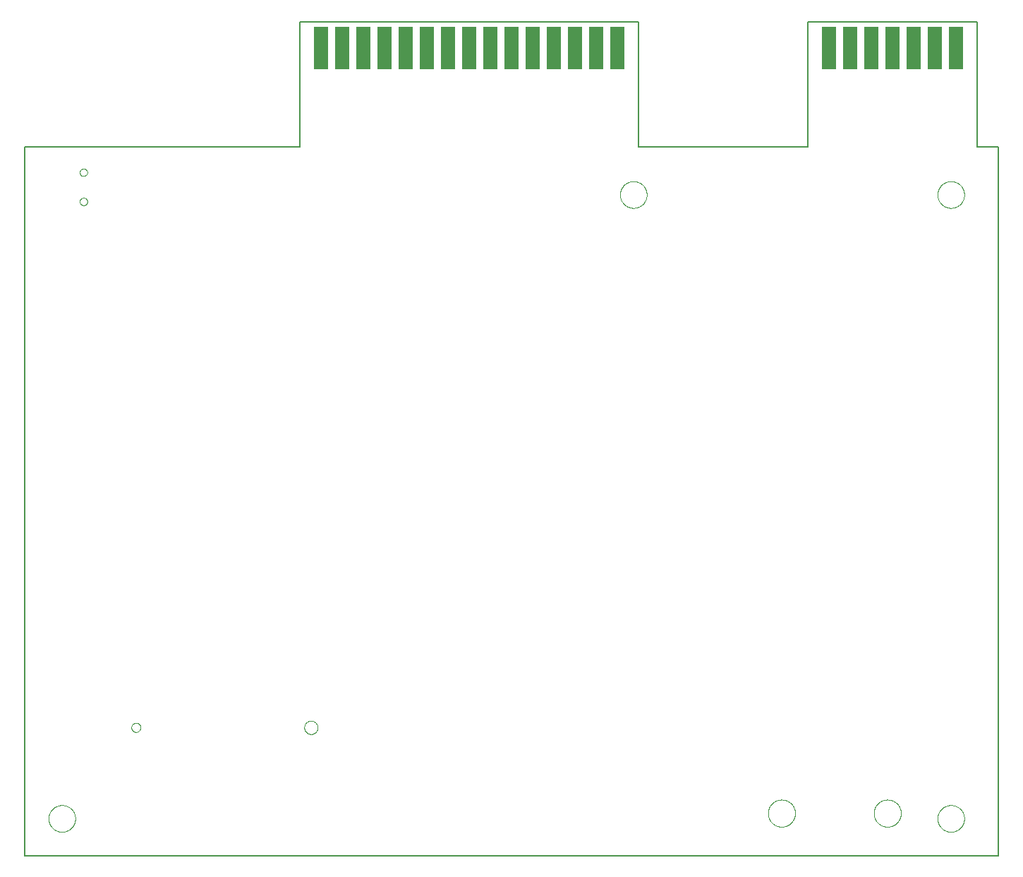
<source format=gbp>
G75*
%MOIN*%
%OFA0B0*%
%FSLAX25Y25*%
%IPPOS*%
%LPD*%
%AMOC8*
5,1,8,0,0,1.08239X$1,22.5*
%
%ADD10C,0.00500*%
%ADD11R,0.07000X0.20000*%
%ADD12C,0.00000*%
D10*
X0005154Y0017914D02*
X0005154Y0352560D01*
X0135154Y0352560D01*
X0135154Y0411615D01*
X0295154Y0411615D01*
X0295154Y0352560D01*
X0375154Y0352560D01*
X0375154Y0411615D01*
X0455154Y0411615D01*
X0455154Y0352560D01*
X0465154Y0352560D01*
X0465154Y0017914D01*
X0005154Y0017914D01*
D11*
X0145075Y0399193D03*
X0155075Y0399193D03*
X0165075Y0399193D03*
X0175075Y0399193D03*
X0185075Y0399193D03*
X0195075Y0399193D03*
X0205075Y0399193D03*
X0215075Y0399193D03*
X0225075Y0399193D03*
X0235075Y0399193D03*
X0245075Y0399193D03*
X0255075Y0399193D03*
X0265075Y0399193D03*
X0275075Y0399193D03*
X0285075Y0399193D03*
X0385075Y0399193D03*
X0395075Y0399193D03*
X0405075Y0399193D03*
X0415075Y0399193D03*
X0425075Y0399193D03*
X0435075Y0399193D03*
X0445075Y0399193D03*
D12*
X0436355Y0329914D02*
X0436357Y0330072D01*
X0436363Y0330230D01*
X0436373Y0330388D01*
X0436387Y0330546D01*
X0436405Y0330703D01*
X0436426Y0330860D01*
X0436452Y0331016D01*
X0436482Y0331172D01*
X0436515Y0331327D01*
X0436553Y0331480D01*
X0436594Y0331633D01*
X0436639Y0331785D01*
X0436688Y0331936D01*
X0436741Y0332085D01*
X0436797Y0332233D01*
X0436857Y0332379D01*
X0436921Y0332524D01*
X0436989Y0332667D01*
X0437060Y0332809D01*
X0437134Y0332949D01*
X0437212Y0333086D01*
X0437294Y0333222D01*
X0437378Y0333356D01*
X0437467Y0333487D01*
X0437558Y0333616D01*
X0437653Y0333743D01*
X0437750Y0333868D01*
X0437851Y0333990D01*
X0437955Y0334109D01*
X0438062Y0334226D01*
X0438172Y0334340D01*
X0438285Y0334451D01*
X0438400Y0334560D01*
X0438518Y0334665D01*
X0438639Y0334767D01*
X0438762Y0334867D01*
X0438888Y0334963D01*
X0439016Y0335056D01*
X0439146Y0335146D01*
X0439279Y0335232D01*
X0439414Y0335316D01*
X0439550Y0335395D01*
X0439689Y0335472D01*
X0439830Y0335544D01*
X0439972Y0335614D01*
X0440116Y0335679D01*
X0440262Y0335741D01*
X0440409Y0335799D01*
X0440558Y0335854D01*
X0440708Y0335905D01*
X0440859Y0335952D01*
X0441011Y0335995D01*
X0441164Y0336034D01*
X0441319Y0336070D01*
X0441474Y0336101D01*
X0441630Y0336129D01*
X0441786Y0336153D01*
X0441943Y0336173D01*
X0442101Y0336189D01*
X0442258Y0336201D01*
X0442417Y0336209D01*
X0442575Y0336213D01*
X0442733Y0336213D01*
X0442891Y0336209D01*
X0443050Y0336201D01*
X0443207Y0336189D01*
X0443365Y0336173D01*
X0443522Y0336153D01*
X0443678Y0336129D01*
X0443834Y0336101D01*
X0443989Y0336070D01*
X0444144Y0336034D01*
X0444297Y0335995D01*
X0444449Y0335952D01*
X0444600Y0335905D01*
X0444750Y0335854D01*
X0444899Y0335799D01*
X0445046Y0335741D01*
X0445192Y0335679D01*
X0445336Y0335614D01*
X0445478Y0335544D01*
X0445619Y0335472D01*
X0445758Y0335395D01*
X0445894Y0335316D01*
X0446029Y0335232D01*
X0446162Y0335146D01*
X0446292Y0335056D01*
X0446420Y0334963D01*
X0446546Y0334867D01*
X0446669Y0334767D01*
X0446790Y0334665D01*
X0446908Y0334560D01*
X0447023Y0334451D01*
X0447136Y0334340D01*
X0447246Y0334226D01*
X0447353Y0334109D01*
X0447457Y0333990D01*
X0447558Y0333868D01*
X0447655Y0333743D01*
X0447750Y0333616D01*
X0447841Y0333487D01*
X0447930Y0333356D01*
X0448014Y0333222D01*
X0448096Y0333086D01*
X0448174Y0332949D01*
X0448248Y0332809D01*
X0448319Y0332667D01*
X0448387Y0332524D01*
X0448451Y0332379D01*
X0448511Y0332233D01*
X0448567Y0332085D01*
X0448620Y0331936D01*
X0448669Y0331785D01*
X0448714Y0331633D01*
X0448755Y0331480D01*
X0448793Y0331327D01*
X0448826Y0331172D01*
X0448856Y0331016D01*
X0448882Y0330860D01*
X0448903Y0330703D01*
X0448921Y0330546D01*
X0448935Y0330388D01*
X0448945Y0330230D01*
X0448951Y0330072D01*
X0448953Y0329914D01*
X0448951Y0329756D01*
X0448945Y0329598D01*
X0448935Y0329440D01*
X0448921Y0329282D01*
X0448903Y0329125D01*
X0448882Y0328968D01*
X0448856Y0328812D01*
X0448826Y0328656D01*
X0448793Y0328501D01*
X0448755Y0328348D01*
X0448714Y0328195D01*
X0448669Y0328043D01*
X0448620Y0327892D01*
X0448567Y0327743D01*
X0448511Y0327595D01*
X0448451Y0327449D01*
X0448387Y0327304D01*
X0448319Y0327161D01*
X0448248Y0327019D01*
X0448174Y0326879D01*
X0448096Y0326742D01*
X0448014Y0326606D01*
X0447930Y0326472D01*
X0447841Y0326341D01*
X0447750Y0326212D01*
X0447655Y0326085D01*
X0447558Y0325960D01*
X0447457Y0325838D01*
X0447353Y0325719D01*
X0447246Y0325602D01*
X0447136Y0325488D01*
X0447023Y0325377D01*
X0446908Y0325268D01*
X0446790Y0325163D01*
X0446669Y0325061D01*
X0446546Y0324961D01*
X0446420Y0324865D01*
X0446292Y0324772D01*
X0446162Y0324682D01*
X0446029Y0324596D01*
X0445894Y0324512D01*
X0445758Y0324433D01*
X0445619Y0324356D01*
X0445478Y0324284D01*
X0445336Y0324214D01*
X0445192Y0324149D01*
X0445046Y0324087D01*
X0444899Y0324029D01*
X0444750Y0323974D01*
X0444600Y0323923D01*
X0444449Y0323876D01*
X0444297Y0323833D01*
X0444144Y0323794D01*
X0443989Y0323758D01*
X0443834Y0323727D01*
X0443678Y0323699D01*
X0443522Y0323675D01*
X0443365Y0323655D01*
X0443207Y0323639D01*
X0443050Y0323627D01*
X0442891Y0323619D01*
X0442733Y0323615D01*
X0442575Y0323615D01*
X0442417Y0323619D01*
X0442258Y0323627D01*
X0442101Y0323639D01*
X0441943Y0323655D01*
X0441786Y0323675D01*
X0441630Y0323699D01*
X0441474Y0323727D01*
X0441319Y0323758D01*
X0441164Y0323794D01*
X0441011Y0323833D01*
X0440859Y0323876D01*
X0440708Y0323923D01*
X0440558Y0323974D01*
X0440409Y0324029D01*
X0440262Y0324087D01*
X0440116Y0324149D01*
X0439972Y0324214D01*
X0439830Y0324284D01*
X0439689Y0324356D01*
X0439550Y0324433D01*
X0439414Y0324512D01*
X0439279Y0324596D01*
X0439146Y0324682D01*
X0439016Y0324772D01*
X0438888Y0324865D01*
X0438762Y0324961D01*
X0438639Y0325061D01*
X0438518Y0325163D01*
X0438400Y0325268D01*
X0438285Y0325377D01*
X0438172Y0325488D01*
X0438062Y0325602D01*
X0437955Y0325719D01*
X0437851Y0325838D01*
X0437750Y0325960D01*
X0437653Y0326085D01*
X0437558Y0326212D01*
X0437467Y0326341D01*
X0437378Y0326472D01*
X0437294Y0326606D01*
X0437212Y0326742D01*
X0437134Y0326879D01*
X0437060Y0327019D01*
X0436989Y0327161D01*
X0436921Y0327304D01*
X0436857Y0327449D01*
X0436797Y0327595D01*
X0436741Y0327743D01*
X0436688Y0327892D01*
X0436639Y0328043D01*
X0436594Y0328195D01*
X0436553Y0328348D01*
X0436515Y0328501D01*
X0436482Y0328656D01*
X0436452Y0328812D01*
X0436426Y0328968D01*
X0436405Y0329125D01*
X0436387Y0329282D01*
X0436373Y0329440D01*
X0436363Y0329598D01*
X0436357Y0329756D01*
X0436355Y0329914D01*
X0286355Y0329914D02*
X0286357Y0330072D01*
X0286363Y0330230D01*
X0286373Y0330388D01*
X0286387Y0330546D01*
X0286405Y0330703D01*
X0286426Y0330860D01*
X0286452Y0331016D01*
X0286482Y0331172D01*
X0286515Y0331327D01*
X0286553Y0331480D01*
X0286594Y0331633D01*
X0286639Y0331785D01*
X0286688Y0331936D01*
X0286741Y0332085D01*
X0286797Y0332233D01*
X0286857Y0332379D01*
X0286921Y0332524D01*
X0286989Y0332667D01*
X0287060Y0332809D01*
X0287134Y0332949D01*
X0287212Y0333086D01*
X0287294Y0333222D01*
X0287378Y0333356D01*
X0287467Y0333487D01*
X0287558Y0333616D01*
X0287653Y0333743D01*
X0287750Y0333868D01*
X0287851Y0333990D01*
X0287955Y0334109D01*
X0288062Y0334226D01*
X0288172Y0334340D01*
X0288285Y0334451D01*
X0288400Y0334560D01*
X0288518Y0334665D01*
X0288639Y0334767D01*
X0288762Y0334867D01*
X0288888Y0334963D01*
X0289016Y0335056D01*
X0289146Y0335146D01*
X0289279Y0335232D01*
X0289414Y0335316D01*
X0289550Y0335395D01*
X0289689Y0335472D01*
X0289830Y0335544D01*
X0289972Y0335614D01*
X0290116Y0335679D01*
X0290262Y0335741D01*
X0290409Y0335799D01*
X0290558Y0335854D01*
X0290708Y0335905D01*
X0290859Y0335952D01*
X0291011Y0335995D01*
X0291164Y0336034D01*
X0291319Y0336070D01*
X0291474Y0336101D01*
X0291630Y0336129D01*
X0291786Y0336153D01*
X0291943Y0336173D01*
X0292101Y0336189D01*
X0292258Y0336201D01*
X0292417Y0336209D01*
X0292575Y0336213D01*
X0292733Y0336213D01*
X0292891Y0336209D01*
X0293050Y0336201D01*
X0293207Y0336189D01*
X0293365Y0336173D01*
X0293522Y0336153D01*
X0293678Y0336129D01*
X0293834Y0336101D01*
X0293989Y0336070D01*
X0294144Y0336034D01*
X0294297Y0335995D01*
X0294449Y0335952D01*
X0294600Y0335905D01*
X0294750Y0335854D01*
X0294899Y0335799D01*
X0295046Y0335741D01*
X0295192Y0335679D01*
X0295336Y0335614D01*
X0295478Y0335544D01*
X0295619Y0335472D01*
X0295758Y0335395D01*
X0295894Y0335316D01*
X0296029Y0335232D01*
X0296162Y0335146D01*
X0296292Y0335056D01*
X0296420Y0334963D01*
X0296546Y0334867D01*
X0296669Y0334767D01*
X0296790Y0334665D01*
X0296908Y0334560D01*
X0297023Y0334451D01*
X0297136Y0334340D01*
X0297246Y0334226D01*
X0297353Y0334109D01*
X0297457Y0333990D01*
X0297558Y0333868D01*
X0297655Y0333743D01*
X0297750Y0333616D01*
X0297841Y0333487D01*
X0297930Y0333356D01*
X0298014Y0333222D01*
X0298096Y0333086D01*
X0298174Y0332949D01*
X0298248Y0332809D01*
X0298319Y0332667D01*
X0298387Y0332524D01*
X0298451Y0332379D01*
X0298511Y0332233D01*
X0298567Y0332085D01*
X0298620Y0331936D01*
X0298669Y0331785D01*
X0298714Y0331633D01*
X0298755Y0331480D01*
X0298793Y0331327D01*
X0298826Y0331172D01*
X0298856Y0331016D01*
X0298882Y0330860D01*
X0298903Y0330703D01*
X0298921Y0330546D01*
X0298935Y0330388D01*
X0298945Y0330230D01*
X0298951Y0330072D01*
X0298953Y0329914D01*
X0298951Y0329756D01*
X0298945Y0329598D01*
X0298935Y0329440D01*
X0298921Y0329282D01*
X0298903Y0329125D01*
X0298882Y0328968D01*
X0298856Y0328812D01*
X0298826Y0328656D01*
X0298793Y0328501D01*
X0298755Y0328348D01*
X0298714Y0328195D01*
X0298669Y0328043D01*
X0298620Y0327892D01*
X0298567Y0327743D01*
X0298511Y0327595D01*
X0298451Y0327449D01*
X0298387Y0327304D01*
X0298319Y0327161D01*
X0298248Y0327019D01*
X0298174Y0326879D01*
X0298096Y0326742D01*
X0298014Y0326606D01*
X0297930Y0326472D01*
X0297841Y0326341D01*
X0297750Y0326212D01*
X0297655Y0326085D01*
X0297558Y0325960D01*
X0297457Y0325838D01*
X0297353Y0325719D01*
X0297246Y0325602D01*
X0297136Y0325488D01*
X0297023Y0325377D01*
X0296908Y0325268D01*
X0296790Y0325163D01*
X0296669Y0325061D01*
X0296546Y0324961D01*
X0296420Y0324865D01*
X0296292Y0324772D01*
X0296162Y0324682D01*
X0296029Y0324596D01*
X0295894Y0324512D01*
X0295758Y0324433D01*
X0295619Y0324356D01*
X0295478Y0324284D01*
X0295336Y0324214D01*
X0295192Y0324149D01*
X0295046Y0324087D01*
X0294899Y0324029D01*
X0294750Y0323974D01*
X0294600Y0323923D01*
X0294449Y0323876D01*
X0294297Y0323833D01*
X0294144Y0323794D01*
X0293989Y0323758D01*
X0293834Y0323727D01*
X0293678Y0323699D01*
X0293522Y0323675D01*
X0293365Y0323655D01*
X0293207Y0323639D01*
X0293050Y0323627D01*
X0292891Y0323619D01*
X0292733Y0323615D01*
X0292575Y0323615D01*
X0292417Y0323619D01*
X0292258Y0323627D01*
X0292101Y0323639D01*
X0291943Y0323655D01*
X0291786Y0323675D01*
X0291630Y0323699D01*
X0291474Y0323727D01*
X0291319Y0323758D01*
X0291164Y0323794D01*
X0291011Y0323833D01*
X0290859Y0323876D01*
X0290708Y0323923D01*
X0290558Y0323974D01*
X0290409Y0324029D01*
X0290262Y0324087D01*
X0290116Y0324149D01*
X0289972Y0324214D01*
X0289830Y0324284D01*
X0289689Y0324356D01*
X0289550Y0324433D01*
X0289414Y0324512D01*
X0289279Y0324596D01*
X0289146Y0324682D01*
X0289016Y0324772D01*
X0288888Y0324865D01*
X0288762Y0324961D01*
X0288639Y0325061D01*
X0288518Y0325163D01*
X0288400Y0325268D01*
X0288285Y0325377D01*
X0288172Y0325488D01*
X0288062Y0325602D01*
X0287955Y0325719D01*
X0287851Y0325838D01*
X0287750Y0325960D01*
X0287653Y0326085D01*
X0287558Y0326212D01*
X0287467Y0326341D01*
X0287378Y0326472D01*
X0287294Y0326606D01*
X0287212Y0326742D01*
X0287134Y0326879D01*
X0287060Y0327019D01*
X0286989Y0327161D01*
X0286921Y0327304D01*
X0286857Y0327449D01*
X0286797Y0327595D01*
X0286741Y0327743D01*
X0286688Y0327892D01*
X0286639Y0328043D01*
X0286594Y0328195D01*
X0286553Y0328348D01*
X0286515Y0328501D01*
X0286482Y0328656D01*
X0286452Y0328812D01*
X0286426Y0328968D01*
X0286405Y0329125D01*
X0286387Y0329282D01*
X0286373Y0329440D01*
X0286363Y0329598D01*
X0286357Y0329756D01*
X0286355Y0329914D01*
X0031079Y0326662D02*
X0031081Y0326746D01*
X0031087Y0326829D01*
X0031097Y0326912D01*
X0031111Y0326995D01*
X0031128Y0327077D01*
X0031150Y0327158D01*
X0031175Y0327237D01*
X0031204Y0327316D01*
X0031237Y0327393D01*
X0031273Y0327468D01*
X0031313Y0327542D01*
X0031356Y0327614D01*
X0031403Y0327683D01*
X0031453Y0327750D01*
X0031506Y0327815D01*
X0031562Y0327877D01*
X0031620Y0327937D01*
X0031682Y0327994D01*
X0031746Y0328047D01*
X0031813Y0328098D01*
X0031882Y0328145D01*
X0031953Y0328190D01*
X0032026Y0328230D01*
X0032101Y0328267D01*
X0032178Y0328301D01*
X0032256Y0328331D01*
X0032335Y0328357D01*
X0032416Y0328380D01*
X0032498Y0328398D01*
X0032580Y0328413D01*
X0032663Y0328424D01*
X0032746Y0328431D01*
X0032830Y0328434D01*
X0032914Y0328433D01*
X0032997Y0328428D01*
X0033081Y0328419D01*
X0033163Y0328406D01*
X0033245Y0328390D01*
X0033326Y0328369D01*
X0033407Y0328345D01*
X0033485Y0328317D01*
X0033563Y0328285D01*
X0033639Y0328249D01*
X0033713Y0328210D01*
X0033785Y0328168D01*
X0033855Y0328122D01*
X0033923Y0328073D01*
X0033988Y0328021D01*
X0034051Y0327966D01*
X0034111Y0327908D01*
X0034169Y0327847D01*
X0034223Y0327783D01*
X0034275Y0327717D01*
X0034323Y0327649D01*
X0034368Y0327578D01*
X0034409Y0327505D01*
X0034448Y0327431D01*
X0034482Y0327355D01*
X0034513Y0327277D01*
X0034540Y0327198D01*
X0034564Y0327117D01*
X0034583Y0327036D01*
X0034599Y0326954D01*
X0034611Y0326871D01*
X0034619Y0326787D01*
X0034623Y0326704D01*
X0034623Y0326620D01*
X0034619Y0326537D01*
X0034611Y0326453D01*
X0034599Y0326370D01*
X0034583Y0326288D01*
X0034564Y0326207D01*
X0034540Y0326126D01*
X0034513Y0326047D01*
X0034482Y0325969D01*
X0034448Y0325893D01*
X0034409Y0325819D01*
X0034368Y0325746D01*
X0034323Y0325675D01*
X0034275Y0325607D01*
X0034223Y0325541D01*
X0034169Y0325477D01*
X0034111Y0325416D01*
X0034051Y0325358D01*
X0033988Y0325303D01*
X0033923Y0325251D01*
X0033855Y0325202D01*
X0033785Y0325156D01*
X0033713Y0325114D01*
X0033639Y0325075D01*
X0033563Y0325039D01*
X0033485Y0325007D01*
X0033407Y0324979D01*
X0033326Y0324955D01*
X0033245Y0324934D01*
X0033163Y0324918D01*
X0033081Y0324905D01*
X0032997Y0324896D01*
X0032914Y0324891D01*
X0032830Y0324890D01*
X0032746Y0324893D01*
X0032663Y0324900D01*
X0032580Y0324911D01*
X0032498Y0324926D01*
X0032416Y0324944D01*
X0032335Y0324967D01*
X0032256Y0324993D01*
X0032178Y0325023D01*
X0032101Y0325057D01*
X0032026Y0325094D01*
X0031953Y0325134D01*
X0031882Y0325179D01*
X0031813Y0325226D01*
X0031746Y0325277D01*
X0031682Y0325330D01*
X0031620Y0325387D01*
X0031562Y0325447D01*
X0031506Y0325509D01*
X0031453Y0325574D01*
X0031403Y0325641D01*
X0031356Y0325710D01*
X0031313Y0325782D01*
X0031273Y0325856D01*
X0031237Y0325931D01*
X0031204Y0326008D01*
X0031175Y0326087D01*
X0031150Y0326166D01*
X0031128Y0326247D01*
X0031111Y0326329D01*
X0031097Y0326412D01*
X0031087Y0326495D01*
X0031081Y0326578D01*
X0031079Y0326662D01*
X0031079Y0340442D02*
X0031081Y0340526D01*
X0031087Y0340609D01*
X0031097Y0340692D01*
X0031111Y0340775D01*
X0031128Y0340857D01*
X0031150Y0340938D01*
X0031175Y0341017D01*
X0031204Y0341096D01*
X0031237Y0341173D01*
X0031273Y0341248D01*
X0031313Y0341322D01*
X0031356Y0341394D01*
X0031403Y0341463D01*
X0031453Y0341530D01*
X0031506Y0341595D01*
X0031562Y0341657D01*
X0031620Y0341717D01*
X0031682Y0341774D01*
X0031746Y0341827D01*
X0031813Y0341878D01*
X0031882Y0341925D01*
X0031953Y0341970D01*
X0032026Y0342010D01*
X0032101Y0342047D01*
X0032178Y0342081D01*
X0032256Y0342111D01*
X0032335Y0342137D01*
X0032416Y0342160D01*
X0032498Y0342178D01*
X0032580Y0342193D01*
X0032663Y0342204D01*
X0032746Y0342211D01*
X0032830Y0342214D01*
X0032914Y0342213D01*
X0032997Y0342208D01*
X0033081Y0342199D01*
X0033163Y0342186D01*
X0033245Y0342170D01*
X0033326Y0342149D01*
X0033407Y0342125D01*
X0033485Y0342097D01*
X0033563Y0342065D01*
X0033639Y0342029D01*
X0033713Y0341990D01*
X0033785Y0341948D01*
X0033855Y0341902D01*
X0033923Y0341853D01*
X0033988Y0341801D01*
X0034051Y0341746D01*
X0034111Y0341688D01*
X0034169Y0341627D01*
X0034223Y0341563D01*
X0034275Y0341497D01*
X0034323Y0341429D01*
X0034368Y0341358D01*
X0034409Y0341285D01*
X0034448Y0341211D01*
X0034482Y0341135D01*
X0034513Y0341057D01*
X0034540Y0340978D01*
X0034564Y0340897D01*
X0034583Y0340816D01*
X0034599Y0340734D01*
X0034611Y0340651D01*
X0034619Y0340567D01*
X0034623Y0340484D01*
X0034623Y0340400D01*
X0034619Y0340317D01*
X0034611Y0340233D01*
X0034599Y0340150D01*
X0034583Y0340068D01*
X0034564Y0339987D01*
X0034540Y0339906D01*
X0034513Y0339827D01*
X0034482Y0339749D01*
X0034448Y0339673D01*
X0034409Y0339599D01*
X0034368Y0339526D01*
X0034323Y0339455D01*
X0034275Y0339387D01*
X0034223Y0339321D01*
X0034169Y0339257D01*
X0034111Y0339196D01*
X0034051Y0339138D01*
X0033988Y0339083D01*
X0033923Y0339031D01*
X0033855Y0338982D01*
X0033785Y0338936D01*
X0033713Y0338894D01*
X0033639Y0338855D01*
X0033563Y0338819D01*
X0033485Y0338787D01*
X0033407Y0338759D01*
X0033326Y0338735D01*
X0033245Y0338714D01*
X0033163Y0338698D01*
X0033081Y0338685D01*
X0032997Y0338676D01*
X0032914Y0338671D01*
X0032830Y0338670D01*
X0032746Y0338673D01*
X0032663Y0338680D01*
X0032580Y0338691D01*
X0032498Y0338706D01*
X0032416Y0338724D01*
X0032335Y0338747D01*
X0032256Y0338773D01*
X0032178Y0338803D01*
X0032101Y0338837D01*
X0032026Y0338874D01*
X0031953Y0338914D01*
X0031882Y0338959D01*
X0031813Y0339006D01*
X0031746Y0339057D01*
X0031682Y0339110D01*
X0031620Y0339167D01*
X0031562Y0339227D01*
X0031506Y0339289D01*
X0031453Y0339354D01*
X0031403Y0339421D01*
X0031356Y0339490D01*
X0031313Y0339562D01*
X0031273Y0339636D01*
X0031237Y0339711D01*
X0031204Y0339788D01*
X0031175Y0339867D01*
X0031150Y0339946D01*
X0031128Y0340027D01*
X0031111Y0340109D01*
X0031097Y0340192D01*
X0031087Y0340275D01*
X0031081Y0340358D01*
X0031079Y0340442D01*
X0055463Y0078390D02*
X0055465Y0078483D01*
X0055471Y0078575D01*
X0055481Y0078667D01*
X0055495Y0078758D01*
X0055512Y0078849D01*
X0055534Y0078939D01*
X0055559Y0079028D01*
X0055588Y0079116D01*
X0055621Y0079202D01*
X0055658Y0079287D01*
X0055698Y0079371D01*
X0055742Y0079452D01*
X0055789Y0079532D01*
X0055839Y0079610D01*
X0055893Y0079685D01*
X0055950Y0079758D01*
X0056010Y0079828D01*
X0056073Y0079896D01*
X0056139Y0079961D01*
X0056207Y0080023D01*
X0056278Y0080083D01*
X0056352Y0080139D01*
X0056428Y0080192D01*
X0056506Y0080241D01*
X0056586Y0080288D01*
X0056668Y0080330D01*
X0056752Y0080370D01*
X0056837Y0080405D01*
X0056924Y0080437D01*
X0057012Y0080466D01*
X0057101Y0080490D01*
X0057191Y0080511D01*
X0057282Y0080527D01*
X0057374Y0080540D01*
X0057466Y0080549D01*
X0057559Y0080554D01*
X0057651Y0080555D01*
X0057744Y0080552D01*
X0057836Y0080545D01*
X0057928Y0080534D01*
X0058019Y0080519D01*
X0058110Y0080501D01*
X0058200Y0080478D01*
X0058288Y0080452D01*
X0058376Y0080422D01*
X0058462Y0080388D01*
X0058546Y0080351D01*
X0058629Y0080309D01*
X0058710Y0080265D01*
X0058790Y0080217D01*
X0058867Y0080166D01*
X0058941Y0080111D01*
X0059014Y0080053D01*
X0059084Y0079993D01*
X0059151Y0079929D01*
X0059215Y0079863D01*
X0059277Y0079793D01*
X0059335Y0079722D01*
X0059390Y0079648D01*
X0059442Y0079571D01*
X0059491Y0079492D01*
X0059537Y0079412D01*
X0059579Y0079329D01*
X0059617Y0079245D01*
X0059652Y0079159D01*
X0059683Y0079072D01*
X0059710Y0078984D01*
X0059733Y0078894D01*
X0059753Y0078804D01*
X0059769Y0078713D01*
X0059781Y0078621D01*
X0059789Y0078529D01*
X0059793Y0078436D01*
X0059793Y0078344D01*
X0059789Y0078251D01*
X0059781Y0078159D01*
X0059769Y0078067D01*
X0059753Y0077976D01*
X0059733Y0077886D01*
X0059710Y0077796D01*
X0059683Y0077708D01*
X0059652Y0077621D01*
X0059617Y0077535D01*
X0059579Y0077451D01*
X0059537Y0077368D01*
X0059491Y0077288D01*
X0059442Y0077209D01*
X0059390Y0077132D01*
X0059335Y0077058D01*
X0059277Y0076987D01*
X0059215Y0076917D01*
X0059151Y0076851D01*
X0059084Y0076787D01*
X0059014Y0076727D01*
X0058941Y0076669D01*
X0058867Y0076614D01*
X0058790Y0076563D01*
X0058711Y0076515D01*
X0058629Y0076471D01*
X0058546Y0076429D01*
X0058462Y0076392D01*
X0058376Y0076358D01*
X0058288Y0076328D01*
X0058200Y0076302D01*
X0058110Y0076279D01*
X0058019Y0076261D01*
X0057928Y0076246D01*
X0057836Y0076235D01*
X0057744Y0076228D01*
X0057651Y0076225D01*
X0057559Y0076226D01*
X0057466Y0076231D01*
X0057374Y0076240D01*
X0057282Y0076253D01*
X0057191Y0076269D01*
X0057101Y0076290D01*
X0057012Y0076314D01*
X0056924Y0076343D01*
X0056837Y0076375D01*
X0056752Y0076410D01*
X0056668Y0076450D01*
X0056586Y0076492D01*
X0056506Y0076539D01*
X0056428Y0076588D01*
X0056352Y0076641D01*
X0056278Y0076697D01*
X0056207Y0076757D01*
X0056139Y0076819D01*
X0056073Y0076884D01*
X0056010Y0076952D01*
X0055950Y0077022D01*
X0055893Y0077095D01*
X0055839Y0077170D01*
X0055789Y0077248D01*
X0055742Y0077328D01*
X0055698Y0077409D01*
X0055658Y0077493D01*
X0055621Y0077578D01*
X0055588Y0077664D01*
X0055559Y0077752D01*
X0055534Y0077841D01*
X0055512Y0077931D01*
X0055495Y0078022D01*
X0055481Y0078113D01*
X0055471Y0078205D01*
X0055465Y0078297D01*
X0055463Y0078390D01*
X0016355Y0035414D02*
X0016357Y0035572D01*
X0016363Y0035730D01*
X0016373Y0035888D01*
X0016387Y0036046D01*
X0016405Y0036203D01*
X0016426Y0036360D01*
X0016452Y0036516D01*
X0016482Y0036672D01*
X0016515Y0036827D01*
X0016553Y0036980D01*
X0016594Y0037133D01*
X0016639Y0037285D01*
X0016688Y0037436D01*
X0016741Y0037585D01*
X0016797Y0037733D01*
X0016857Y0037879D01*
X0016921Y0038024D01*
X0016989Y0038167D01*
X0017060Y0038309D01*
X0017134Y0038449D01*
X0017212Y0038586D01*
X0017294Y0038722D01*
X0017378Y0038856D01*
X0017467Y0038987D01*
X0017558Y0039116D01*
X0017653Y0039243D01*
X0017750Y0039368D01*
X0017851Y0039490D01*
X0017955Y0039609D01*
X0018062Y0039726D01*
X0018172Y0039840D01*
X0018285Y0039951D01*
X0018400Y0040060D01*
X0018518Y0040165D01*
X0018639Y0040267D01*
X0018762Y0040367D01*
X0018888Y0040463D01*
X0019016Y0040556D01*
X0019146Y0040646D01*
X0019279Y0040732D01*
X0019414Y0040816D01*
X0019550Y0040895D01*
X0019689Y0040972D01*
X0019830Y0041044D01*
X0019972Y0041114D01*
X0020116Y0041179D01*
X0020262Y0041241D01*
X0020409Y0041299D01*
X0020558Y0041354D01*
X0020708Y0041405D01*
X0020859Y0041452D01*
X0021011Y0041495D01*
X0021164Y0041534D01*
X0021319Y0041570D01*
X0021474Y0041601D01*
X0021630Y0041629D01*
X0021786Y0041653D01*
X0021943Y0041673D01*
X0022101Y0041689D01*
X0022258Y0041701D01*
X0022417Y0041709D01*
X0022575Y0041713D01*
X0022733Y0041713D01*
X0022891Y0041709D01*
X0023050Y0041701D01*
X0023207Y0041689D01*
X0023365Y0041673D01*
X0023522Y0041653D01*
X0023678Y0041629D01*
X0023834Y0041601D01*
X0023989Y0041570D01*
X0024144Y0041534D01*
X0024297Y0041495D01*
X0024449Y0041452D01*
X0024600Y0041405D01*
X0024750Y0041354D01*
X0024899Y0041299D01*
X0025046Y0041241D01*
X0025192Y0041179D01*
X0025336Y0041114D01*
X0025478Y0041044D01*
X0025619Y0040972D01*
X0025758Y0040895D01*
X0025894Y0040816D01*
X0026029Y0040732D01*
X0026162Y0040646D01*
X0026292Y0040556D01*
X0026420Y0040463D01*
X0026546Y0040367D01*
X0026669Y0040267D01*
X0026790Y0040165D01*
X0026908Y0040060D01*
X0027023Y0039951D01*
X0027136Y0039840D01*
X0027246Y0039726D01*
X0027353Y0039609D01*
X0027457Y0039490D01*
X0027558Y0039368D01*
X0027655Y0039243D01*
X0027750Y0039116D01*
X0027841Y0038987D01*
X0027930Y0038856D01*
X0028014Y0038722D01*
X0028096Y0038586D01*
X0028174Y0038449D01*
X0028248Y0038309D01*
X0028319Y0038167D01*
X0028387Y0038024D01*
X0028451Y0037879D01*
X0028511Y0037733D01*
X0028567Y0037585D01*
X0028620Y0037436D01*
X0028669Y0037285D01*
X0028714Y0037133D01*
X0028755Y0036980D01*
X0028793Y0036827D01*
X0028826Y0036672D01*
X0028856Y0036516D01*
X0028882Y0036360D01*
X0028903Y0036203D01*
X0028921Y0036046D01*
X0028935Y0035888D01*
X0028945Y0035730D01*
X0028951Y0035572D01*
X0028953Y0035414D01*
X0028951Y0035256D01*
X0028945Y0035098D01*
X0028935Y0034940D01*
X0028921Y0034782D01*
X0028903Y0034625D01*
X0028882Y0034468D01*
X0028856Y0034312D01*
X0028826Y0034156D01*
X0028793Y0034001D01*
X0028755Y0033848D01*
X0028714Y0033695D01*
X0028669Y0033543D01*
X0028620Y0033392D01*
X0028567Y0033243D01*
X0028511Y0033095D01*
X0028451Y0032949D01*
X0028387Y0032804D01*
X0028319Y0032661D01*
X0028248Y0032519D01*
X0028174Y0032379D01*
X0028096Y0032242D01*
X0028014Y0032106D01*
X0027930Y0031972D01*
X0027841Y0031841D01*
X0027750Y0031712D01*
X0027655Y0031585D01*
X0027558Y0031460D01*
X0027457Y0031338D01*
X0027353Y0031219D01*
X0027246Y0031102D01*
X0027136Y0030988D01*
X0027023Y0030877D01*
X0026908Y0030768D01*
X0026790Y0030663D01*
X0026669Y0030561D01*
X0026546Y0030461D01*
X0026420Y0030365D01*
X0026292Y0030272D01*
X0026162Y0030182D01*
X0026029Y0030096D01*
X0025894Y0030012D01*
X0025758Y0029933D01*
X0025619Y0029856D01*
X0025478Y0029784D01*
X0025336Y0029714D01*
X0025192Y0029649D01*
X0025046Y0029587D01*
X0024899Y0029529D01*
X0024750Y0029474D01*
X0024600Y0029423D01*
X0024449Y0029376D01*
X0024297Y0029333D01*
X0024144Y0029294D01*
X0023989Y0029258D01*
X0023834Y0029227D01*
X0023678Y0029199D01*
X0023522Y0029175D01*
X0023365Y0029155D01*
X0023207Y0029139D01*
X0023050Y0029127D01*
X0022891Y0029119D01*
X0022733Y0029115D01*
X0022575Y0029115D01*
X0022417Y0029119D01*
X0022258Y0029127D01*
X0022101Y0029139D01*
X0021943Y0029155D01*
X0021786Y0029175D01*
X0021630Y0029199D01*
X0021474Y0029227D01*
X0021319Y0029258D01*
X0021164Y0029294D01*
X0021011Y0029333D01*
X0020859Y0029376D01*
X0020708Y0029423D01*
X0020558Y0029474D01*
X0020409Y0029529D01*
X0020262Y0029587D01*
X0020116Y0029649D01*
X0019972Y0029714D01*
X0019830Y0029784D01*
X0019689Y0029856D01*
X0019550Y0029933D01*
X0019414Y0030012D01*
X0019279Y0030096D01*
X0019146Y0030182D01*
X0019016Y0030272D01*
X0018888Y0030365D01*
X0018762Y0030461D01*
X0018639Y0030561D01*
X0018518Y0030663D01*
X0018400Y0030768D01*
X0018285Y0030877D01*
X0018172Y0030988D01*
X0018062Y0031102D01*
X0017955Y0031219D01*
X0017851Y0031338D01*
X0017750Y0031460D01*
X0017653Y0031585D01*
X0017558Y0031712D01*
X0017467Y0031841D01*
X0017378Y0031972D01*
X0017294Y0032106D01*
X0017212Y0032242D01*
X0017134Y0032379D01*
X0017060Y0032519D01*
X0016989Y0032661D01*
X0016921Y0032804D01*
X0016857Y0032949D01*
X0016797Y0033095D01*
X0016741Y0033243D01*
X0016688Y0033392D01*
X0016639Y0033543D01*
X0016594Y0033695D01*
X0016553Y0033848D01*
X0016515Y0034001D01*
X0016482Y0034156D01*
X0016452Y0034312D01*
X0016426Y0034468D01*
X0016405Y0034625D01*
X0016387Y0034782D01*
X0016373Y0034940D01*
X0016363Y0035098D01*
X0016357Y0035256D01*
X0016355Y0035414D01*
X0137155Y0078390D02*
X0137157Y0078502D01*
X0137163Y0078613D01*
X0137173Y0078725D01*
X0137187Y0078836D01*
X0137204Y0078946D01*
X0137226Y0079056D01*
X0137252Y0079165D01*
X0137281Y0079273D01*
X0137314Y0079379D01*
X0137351Y0079485D01*
X0137392Y0079589D01*
X0137437Y0079692D01*
X0137485Y0079793D01*
X0137536Y0079892D01*
X0137591Y0079989D01*
X0137650Y0080084D01*
X0137711Y0080178D01*
X0137776Y0080269D01*
X0137845Y0080357D01*
X0137916Y0080443D01*
X0137990Y0080527D01*
X0138068Y0080607D01*
X0138148Y0080685D01*
X0138231Y0080761D01*
X0138316Y0080833D01*
X0138404Y0080902D01*
X0138494Y0080968D01*
X0138587Y0081030D01*
X0138682Y0081090D01*
X0138779Y0081146D01*
X0138877Y0081198D01*
X0138978Y0081247D01*
X0139080Y0081292D01*
X0139184Y0081334D01*
X0139289Y0081372D01*
X0139396Y0081406D01*
X0139503Y0081436D01*
X0139612Y0081463D01*
X0139721Y0081485D01*
X0139832Y0081504D01*
X0139942Y0081519D01*
X0140054Y0081530D01*
X0140165Y0081537D01*
X0140277Y0081540D01*
X0140389Y0081539D01*
X0140501Y0081534D01*
X0140612Y0081525D01*
X0140723Y0081512D01*
X0140834Y0081495D01*
X0140944Y0081475D01*
X0141053Y0081450D01*
X0141161Y0081422D01*
X0141268Y0081389D01*
X0141374Y0081353D01*
X0141478Y0081313D01*
X0141581Y0081270D01*
X0141683Y0081223D01*
X0141782Y0081172D01*
X0141880Y0081118D01*
X0141976Y0081060D01*
X0142070Y0080999D01*
X0142161Y0080935D01*
X0142250Y0080868D01*
X0142337Y0080797D01*
X0142421Y0080723D01*
X0142503Y0080647D01*
X0142581Y0080567D01*
X0142657Y0080485D01*
X0142730Y0080400D01*
X0142800Y0080313D01*
X0142866Y0080223D01*
X0142930Y0080131D01*
X0142990Y0080037D01*
X0143047Y0079941D01*
X0143100Y0079842D01*
X0143150Y0079742D01*
X0143196Y0079641D01*
X0143239Y0079537D01*
X0143278Y0079432D01*
X0143313Y0079326D01*
X0143344Y0079219D01*
X0143372Y0079110D01*
X0143395Y0079001D01*
X0143415Y0078891D01*
X0143431Y0078780D01*
X0143443Y0078669D01*
X0143451Y0078558D01*
X0143455Y0078446D01*
X0143455Y0078334D01*
X0143451Y0078222D01*
X0143443Y0078111D01*
X0143431Y0078000D01*
X0143415Y0077889D01*
X0143395Y0077779D01*
X0143372Y0077670D01*
X0143344Y0077561D01*
X0143313Y0077454D01*
X0143278Y0077348D01*
X0143239Y0077243D01*
X0143196Y0077139D01*
X0143150Y0077038D01*
X0143100Y0076938D01*
X0143047Y0076839D01*
X0142990Y0076743D01*
X0142930Y0076649D01*
X0142866Y0076557D01*
X0142800Y0076467D01*
X0142730Y0076380D01*
X0142657Y0076295D01*
X0142581Y0076213D01*
X0142503Y0076133D01*
X0142421Y0076057D01*
X0142337Y0075983D01*
X0142250Y0075912D01*
X0142161Y0075845D01*
X0142070Y0075781D01*
X0141976Y0075720D01*
X0141880Y0075662D01*
X0141782Y0075608D01*
X0141683Y0075557D01*
X0141581Y0075510D01*
X0141478Y0075467D01*
X0141374Y0075427D01*
X0141268Y0075391D01*
X0141161Y0075358D01*
X0141053Y0075330D01*
X0140944Y0075305D01*
X0140834Y0075285D01*
X0140723Y0075268D01*
X0140612Y0075255D01*
X0140501Y0075246D01*
X0140389Y0075241D01*
X0140277Y0075240D01*
X0140165Y0075243D01*
X0140054Y0075250D01*
X0139942Y0075261D01*
X0139832Y0075276D01*
X0139721Y0075295D01*
X0139612Y0075317D01*
X0139503Y0075344D01*
X0139396Y0075374D01*
X0139289Y0075408D01*
X0139184Y0075446D01*
X0139080Y0075488D01*
X0138978Y0075533D01*
X0138877Y0075582D01*
X0138779Y0075634D01*
X0138682Y0075690D01*
X0138587Y0075750D01*
X0138494Y0075812D01*
X0138404Y0075878D01*
X0138316Y0075947D01*
X0138231Y0076019D01*
X0138148Y0076095D01*
X0138068Y0076173D01*
X0137990Y0076253D01*
X0137916Y0076337D01*
X0137845Y0076423D01*
X0137776Y0076511D01*
X0137711Y0076602D01*
X0137650Y0076696D01*
X0137591Y0076791D01*
X0137536Y0076888D01*
X0137485Y0076987D01*
X0137437Y0077088D01*
X0137392Y0077191D01*
X0137351Y0077295D01*
X0137314Y0077401D01*
X0137281Y0077507D01*
X0137252Y0077615D01*
X0137226Y0077724D01*
X0137204Y0077834D01*
X0137187Y0077944D01*
X0137173Y0078055D01*
X0137163Y0078167D01*
X0137157Y0078278D01*
X0137155Y0078390D01*
X0356254Y0037914D02*
X0356256Y0038074D01*
X0356262Y0038233D01*
X0356272Y0038392D01*
X0356286Y0038551D01*
X0356304Y0038710D01*
X0356325Y0038868D01*
X0356351Y0039025D01*
X0356381Y0039182D01*
X0356414Y0039338D01*
X0356452Y0039493D01*
X0356493Y0039647D01*
X0356538Y0039800D01*
X0356587Y0039952D01*
X0356640Y0040103D01*
X0356696Y0040252D01*
X0356757Y0040400D01*
X0356820Y0040546D01*
X0356888Y0040691D01*
X0356959Y0040834D01*
X0357033Y0040975D01*
X0357111Y0041114D01*
X0357193Y0041251D01*
X0357278Y0041386D01*
X0357366Y0041519D01*
X0357458Y0041650D01*
X0357552Y0041778D01*
X0357650Y0041904D01*
X0357751Y0042028D01*
X0357855Y0042149D01*
X0357962Y0042267D01*
X0358072Y0042383D01*
X0358185Y0042496D01*
X0358301Y0042606D01*
X0358419Y0042713D01*
X0358540Y0042817D01*
X0358664Y0042918D01*
X0358790Y0043016D01*
X0358918Y0043110D01*
X0359049Y0043202D01*
X0359182Y0043290D01*
X0359317Y0043375D01*
X0359454Y0043457D01*
X0359593Y0043535D01*
X0359734Y0043609D01*
X0359877Y0043680D01*
X0360022Y0043748D01*
X0360168Y0043811D01*
X0360316Y0043872D01*
X0360465Y0043928D01*
X0360616Y0043981D01*
X0360768Y0044030D01*
X0360921Y0044075D01*
X0361075Y0044116D01*
X0361230Y0044154D01*
X0361386Y0044187D01*
X0361543Y0044217D01*
X0361700Y0044243D01*
X0361858Y0044264D01*
X0362017Y0044282D01*
X0362176Y0044296D01*
X0362335Y0044306D01*
X0362494Y0044312D01*
X0362654Y0044314D01*
X0362814Y0044312D01*
X0362973Y0044306D01*
X0363132Y0044296D01*
X0363291Y0044282D01*
X0363450Y0044264D01*
X0363608Y0044243D01*
X0363765Y0044217D01*
X0363922Y0044187D01*
X0364078Y0044154D01*
X0364233Y0044116D01*
X0364387Y0044075D01*
X0364540Y0044030D01*
X0364692Y0043981D01*
X0364843Y0043928D01*
X0364992Y0043872D01*
X0365140Y0043811D01*
X0365286Y0043748D01*
X0365431Y0043680D01*
X0365574Y0043609D01*
X0365715Y0043535D01*
X0365854Y0043457D01*
X0365991Y0043375D01*
X0366126Y0043290D01*
X0366259Y0043202D01*
X0366390Y0043110D01*
X0366518Y0043016D01*
X0366644Y0042918D01*
X0366768Y0042817D01*
X0366889Y0042713D01*
X0367007Y0042606D01*
X0367123Y0042496D01*
X0367236Y0042383D01*
X0367346Y0042267D01*
X0367453Y0042149D01*
X0367557Y0042028D01*
X0367658Y0041904D01*
X0367756Y0041778D01*
X0367850Y0041650D01*
X0367942Y0041519D01*
X0368030Y0041386D01*
X0368115Y0041251D01*
X0368197Y0041114D01*
X0368275Y0040975D01*
X0368349Y0040834D01*
X0368420Y0040691D01*
X0368488Y0040546D01*
X0368551Y0040400D01*
X0368612Y0040252D01*
X0368668Y0040103D01*
X0368721Y0039952D01*
X0368770Y0039800D01*
X0368815Y0039647D01*
X0368856Y0039493D01*
X0368894Y0039338D01*
X0368927Y0039182D01*
X0368957Y0039025D01*
X0368983Y0038868D01*
X0369004Y0038710D01*
X0369022Y0038551D01*
X0369036Y0038392D01*
X0369046Y0038233D01*
X0369052Y0038074D01*
X0369054Y0037914D01*
X0369052Y0037754D01*
X0369046Y0037595D01*
X0369036Y0037436D01*
X0369022Y0037277D01*
X0369004Y0037118D01*
X0368983Y0036960D01*
X0368957Y0036803D01*
X0368927Y0036646D01*
X0368894Y0036490D01*
X0368856Y0036335D01*
X0368815Y0036181D01*
X0368770Y0036028D01*
X0368721Y0035876D01*
X0368668Y0035725D01*
X0368612Y0035576D01*
X0368551Y0035428D01*
X0368488Y0035282D01*
X0368420Y0035137D01*
X0368349Y0034994D01*
X0368275Y0034853D01*
X0368197Y0034714D01*
X0368115Y0034577D01*
X0368030Y0034442D01*
X0367942Y0034309D01*
X0367850Y0034178D01*
X0367756Y0034050D01*
X0367658Y0033924D01*
X0367557Y0033800D01*
X0367453Y0033679D01*
X0367346Y0033561D01*
X0367236Y0033445D01*
X0367123Y0033332D01*
X0367007Y0033222D01*
X0366889Y0033115D01*
X0366768Y0033011D01*
X0366644Y0032910D01*
X0366518Y0032812D01*
X0366390Y0032718D01*
X0366259Y0032626D01*
X0366126Y0032538D01*
X0365991Y0032453D01*
X0365854Y0032371D01*
X0365715Y0032293D01*
X0365574Y0032219D01*
X0365431Y0032148D01*
X0365286Y0032080D01*
X0365140Y0032017D01*
X0364992Y0031956D01*
X0364843Y0031900D01*
X0364692Y0031847D01*
X0364540Y0031798D01*
X0364387Y0031753D01*
X0364233Y0031712D01*
X0364078Y0031674D01*
X0363922Y0031641D01*
X0363765Y0031611D01*
X0363608Y0031585D01*
X0363450Y0031564D01*
X0363291Y0031546D01*
X0363132Y0031532D01*
X0362973Y0031522D01*
X0362814Y0031516D01*
X0362654Y0031514D01*
X0362494Y0031516D01*
X0362335Y0031522D01*
X0362176Y0031532D01*
X0362017Y0031546D01*
X0361858Y0031564D01*
X0361700Y0031585D01*
X0361543Y0031611D01*
X0361386Y0031641D01*
X0361230Y0031674D01*
X0361075Y0031712D01*
X0360921Y0031753D01*
X0360768Y0031798D01*
X0360616Y0031847D01*
X0360465Y0031900D01*
X0360316Y0031956D01*
X0360168Y0032017D01*
X0360022Y0032080D01*
X0359877Y0032148D01*
X0359734Y0032219D01*
X0359593Y0032293D01*
X0359454Y0032371D01*
X0359317Y0032453D01*
X0359182Y0032538D01*
X0359049Y0032626D01*
X0358918Y0032718D01*
X0358790Y0032812D01*
X0358664Y0032910D01*
X0358540Y0033011D01*
X0358419Y0033115D01*
X0358301Y0033222D01*
X0358185Y0033332D01*
X0358072Y0033445D01*
X0357962Y0033561D01*
X0357855Y0033679D01*
X0357751Y0033800D01*
X0357650Y0033924D01*
X0357552Y0034050D01*
X0357458Y0034178D01*
X0357366Y0034309D01*
X0357278Y0034442D01*
X0357193Y0034577D01*
X0357111Y0034714D01*
X0357033Y0034853D01*
X0356959Y0034994D01*
X0356888Y0035137D01*
X0356820Y0035282D01*
X0356757Y0035428D01*
X0356696Y0035576D01*
X0356640Y0035725D01*
X0356587Y0035876D01*
X0356538Y0036028D01*
X0356493Y0036181D01*
X0356452Y0036335D01*
X0356414Y0036490D01*
X0356381Y0036646D01*
X0356351Y0036803D01*
X0356325Y0036960D01*
X0356304Y0037118D01*
X0356286Y0037277D01*
X0356272Y0037436D01*
X0356262Y0037595D01*
X0356256Y0037754D01*
X0356254Y0037914D01*
X0406254Y0037914D02*
X0406256Y0038074D01*
X0406262Y0038233D01*
X0406272Y0038392D01*
X0406286Y0038551D01*
X0406304Y0038710D01*
X0406325Y0038868D01*
X0406351Y0039025D01*
X0406381Y0039182D01*
X0406414Y0039338D01*
X0406452Y0039493D01*
X0406493Y0039647D01*
X0406538Y0039800D01*
X0406587Y0039952D01*
X0406640Y0040103D01*
X0406696Y0040252D01*
X0406757Y0040400D01*
X0406820Y0040546D01*
X0406888Y0040691D01*
X0406959Y0040834D01*
X0407033Y0040975D01*
X0407111Y0041114D01*
X0407193Y0041251D01*
X0407278Y0041386D01*
X0407366Y0041519D01*
X0407458Y0041650D01*
X0407552Y0041778D01*
X0407650Y0041904D01*
X0407751Y0042028D01*
X0407855Y0042149D01*
X0407962Y0042267D01*
X0408072Y0042383D01*
X0408185Y0042496D01*
X0408301Y0042606D01*
X0408419Y0042713D01*
X0408540Y0042817D01*
X0408664Y0042918D01*
X0408790Y0043016D01*
X0408918Y0043110D01*
X0409049Y0043202D01*
X0409182Y0043290D01*
X0409317Y0043375D01*
X0409454Y0043457D01*
X0409593Y0043535D01*
X0409734Y0043609D01*
X0409877Y0043680D01*
X0410022Y0043748D01*
X0410168Y0043811D01*
X0410316Y0043872D01*
X0410465Y0043928D01*
X0410616Y0043981D01*
X0410768Y0044030D01*
X0410921Y0044075D01*
X0411075Y0044116D01*
X0411230Y0044154D01*
X0411386Y0044187D01*
X0411543Y0044217D01*
X0411700Y0044243D01*
X0411858Y0044264D01*
X0412017Y0044282D01*
X0412176Y0044296D01*
X0412335Y0044306D01*
X0412494Y0044312D01*
X0412654Y0044314D01*
X0412814Y0044312D01*
X0412973Y0044306D01*
X0413132Y0044296D01*
X0413291Y0044282D01*
X0413450Y0044264D01*
X0413608Y0044243D01*
X0413765Y0044217D01*
X0413922Y0044187D01*
X0414078Y0044154D01*
X0414233Y0044116D01*
X0414387Y0044075D01*
X0414540Y0044030D01*
X0414692Y0043981D01*
X0414843Y0043928D01*
X0414992Y0043872D01*
X0415140Y0043811D01*
X0415286Y0043748D01*
X0415431Y0043680D01*
X0415574Y0043609D01*
X0415715Y0043535D01*
X0415854Y0043457D01*
X0415991Y0043375D01*
X0416126Y0043290D01*
X0416259Y0043202D01*
X0416390Y0043110D01*
X0416518Y0043016D01*
X0416644Y0042918D01*
X0416768Y0042817D01*
X0416889Y0042713D01*
X0417007Y0042606D01*
X0417123Y0042496D01*
X0417236Y0042383D01*
X0417346Y0042267D01*
X0417453Y0042149D01*
X0417557Y0042028D01*
X0417658Y0041904D01*
X0417756Y0041778D01*
X0417850Y0041650D01*
X0417942Y0041519D01*
X0418030Y0041386D01*
X0418115Y0041251D01*
X0418197Y0041114D01*
X0418275Y0040975D01*
X0418349Y0040834D01*
X0418420Y0040691D01*
X0418488Y0040546D01*
X0418551Y0040400D01*
X0418612Y0040252D01*
X0418668Y0040103D01*
X0418721Y0039952D01*
X0418770Y0039800D01*
X0418815Y0039647D01*
X0418856Y0039493D01*
X0418894Y0039338D01*
X0418927Y0039182D01*
X0418957Y0039025D01*
X0418983Y0038868D01*
X0419004Y0038710D01*
X0419022Y0038551D01*
X0419036Y0038392D01*
X0419046Y0038233D01*
X0419052Y0038074D01*
X0419054Y0037914D01*
X0419052Y0037754D01*
X0419046Y0037595D01*
X0419036Y0037436D01*
X0419022Y0037277D01*
X0419004Y0037118D01*
X0418983Y0036960D01*
X0418957Y0036803D01*
X0418927Y0036646D01*
X0418894Y0036490D01*
X0418856Y0036335D01*
X0418815Y0036181D01*
X0418770Y0036028D01*
X0418721Y0035876D01*
X0418668Y0035725D01*
X0418612Y0035576D01*
X0418551Y0035428D01*
X0418488Y0035282D01*
X0418420Y0035137D01*
X0418349Y0034994D01*
X0418275Y0034853D01*
X0418197Y0034714D01*
X0418115Y0034577D01*
X0418030Y0034442D01*
X0417942Y0034309D01*
X0417850Y0034178D01*
X0417756Y0034050D01*
X0417658Y0033924D01*
X0417557Y0033800D01*
X0417453Y0033679D01*
X0417346Y0033561D01*
X0417236Y0033445D01*
X0417123Y0033332D01*
X0417007Y0033222D01*
X0416889Y0033115D01*
X0416768Y0033011D01*
X0416644Y0032910D01*
X0416518Y0032812D01*
X0416390Y0032718D01*
X0416259Y0032626D01*
X0416126Y0032538D01*
X0415991Y0032453D01*
X0415854Y0032371D01*
X0415715Y0032293D01*
X0415574Y0032219D01*
X0415431Y0032148D01*
X0415286Y0032080D01*
X0415140Y0032017D01*
X0414992Y0031956D01*
X0414843Y0031900D01*
X0414692Y0031847D01*
X0414540Y0031798D01*
X0414387Y0031753D01*
X0414233Y0031712D01*
X0414078Y0031674D01*
X0413922Y0031641D01*
X0413765Y0031611D01*
X0413608Y0031585D01*
X0413450Y0031564D01*
X0413291Y0031546D01*
X0413132Y0031532D01*
X0412973Y0031522D01*
X0412814Y0031516D01*
X0412654Y0031514D01*
X0412494Y0031516D01*
X0412335Y0031522D01*
X0412176Y0031532D01*
X0412017Y0031546D01*
X0411858Y0031564D01*
X0411700Y0031585D01*
X0411543Y0031611D01*
X0411386Y0031641D01*
X0411230Y0031674D01*
X0411075Y0031712D01*
X0410921Y0031753D01*
X0410768Y0031798D01*
X0410616Y0031847D01*
X0410465Y0031900D01*
X0410316Y0031956D01*
X0410168Y0032017D01*
X0410022Y0032080D01*
X0409877Y0032148D01*
X0409734Y0032219D01*
X0409593Y0032293D01*
X0409454Y0032371D01*
X0409317Y0032453D01*
X0409182Y0032538D01*
X0409049Y0032626D01*
X0408918Y0032718D01*
X0408790Y0032812D01*
X0408664Y0032910D01*
X0408540Y0033011D01*
X0408419Y0033115D01*
X0408301Y0033222D01*
X0408185Y0033332D01*
X0408072Y0033445D01*
X0407962Y0033561D01*
X0407855Y0033679D01*
X0407751Y0033800D01*
X0407650Y0033924D01*
X0407552Y0034050D01*
X0407458Y0034178D01*
X0407366Y0034309D01*
X0407278Y0034442D01*
X0407193Y0034577D01*
X0407111Y0034714D01*
X0407033Y0034853D01*
X0406959Y0034994D01*
X0406888Y0035137D01*
X0406820Y0035282D01*
X0406757Y0035428D01*
X0406696Y0035576D01*
X0406640Y0035725D01*
X0406587Y0035876D01*
X0406538Y0036028D01*
X0406493Y0036181D01*
X0406452Y0036335D01*
X0406414Y0036490D01*
X0406381Y0036646D01*
X0406351Y0036803D01*
X0406325Y0036960D01*
X0406304Y0037118D01*
X0406286Y0037277D01*
X0406272Y0037436D01*
X0406262Y0037595D01*
X0406256Y0037754D01*
X0406254Y0037914D01*
X0436355Y0035414D02*
X0436357Y0035572D01*
X0436363Y0035730D01*
X0436373Y0035888D01*
X0436387Y0036046D01*
X0436405Y0036203D01*
X0436426Y0036360D01*
X0436452Y0036516D01*
X0436482Y0036672D01*
X0436515Y0036827D01*
X0436553Y0036980D01*
X0436594Y0037133D01*
X0436639Y0037285D01*
X0436688Y0037436D01*
X0436741Y0037585D01*
X0436797Y0037733D01*
X0436857Y0037879D01*
X0436921Y0038024D01*
X0436989Y0038167D01*
X0437060Y0038309D01*
X0437134Y0038449D01*
X0437212Y0038586D01*
X0437294Y0038722D01*
X0437378Y0038856D01*
X0437467Y0038987D01*
X0437558Y0039116D01*
X0437653Y0039243D01*
X0437750Y0039368D01*
X0437851Y0039490D01*
X0437955Y0039609D01*
X0438062Y0039726D01*
X0438172Y0039840D01*
X0438285Y0039951D01*
X0438400Y0040060D01*
X0438518Y0040165D01*
X0438639Y0040267D01*
X0438762Y0040367D01*
X0438888Y0040463D01*
X0439016Y0040556D01*
X0439146Y0040646D01*
X0439279Y0040732D01*
X0439414Y0040816D01*
X0439550Y0040895D01*
X0439689Y0040972D01*
X0439830Y0041044D01*
X0439972Y0041114D01*
X0440116Y0041179D01*
X0440262Y0041241D01*
X0440409Y0041299D01*
X0440558Y0041354D01*
X0440708Y0041405D01*
X0440859Y0041452D01*
X0441011Y0041495D01*
X0441164Y0041534D01*
X0441319Y0041570D01*
X0441474Y0041601D01*
X0441630Y0041629D01*
X0441786Y0041653D01*
X0441943Y0041673D01*
X0442101Y0041689D01*
X0442258Y0041701D01*
X0442417Y0041709D01*
X0442575Y0041713D01*
X0442733Y0041713D01*
X0442891Y0041709D01*
X0443050Y0041701D01*
X0443207Y0041689D01*
X0443365Y0041673D01*
X0443522Y0041653D01*
X0443678Y0041629D01*
X0443834Y0041601D01*
X0443989Y0041570D01*
X0444144Y0041534D01*
X0444297Y0041495D01*
X0444449Y0041452D01*
X0444600Y0041405D01*
X0444750Y0041354D01*
X0444899Y0041299D01*
X0445046Y0041241D01*
X0445192Y0041179D01*
X0445336Y0041114D01*
X0445478Y0041044D01*
X0445619Y0040972D01*
X0445758Y0040895D01*
X0445894Y0040816D01*
X0446029Y0040732D01*
X0446162Y0040646D01*
X0446292Y0040556D01*
X0446420Y0040463D01*
X0446546Y0040367D01*
X0446669Y0040267D01*
X0446790Y0040165D01*
X0446908Y0040060D01*
X0447023Y0039951D01*
X0447136Y0039840D01*
X0447246Y0039726D01*
X0447353Y0039609D01*
X0447457Y0039490D01*
X0447558Y0039368D01*
X0447655Y0039243D01*
X0447750Y0039116D01*
X0447841Y0038987D01*
X0447930Y0038856D01*
X0448014Y0038722D01*
X0448096Y0038586D01*
X0448174Y0038449D01*
X0448248Y0038309D01*
X0448319Y0038167D01*
X0448387Y0038024D01*
X0448451Y0037879D01*
X0448511Y0037733D01*
X0448567Y0037585D01*
X0448620Y0037436D01*
X0448669Y0037285D01*
X0448714Y0037133D01*
X0448755Y0036980D01*
X0448793Y0036827D01*
X0448826Y0036672D01*
X0448856Y0036516D01*
X0448882Y0036360D01*
X0448903Y0036203D01*
X0448921Y0036046D01*
X0448935Y0035888D01*
X0448945Y0035730D01*
X0448951Y0035572D01*
X0448953Y0035414D01*
X0448951Y0035256D01*
X0448945Y0035098D01*
X0448935Y0034940D01*
X0448921Y0034782D01*
X0448903Y0034625D01*
X0448882Y0034468D01*
X0448856Y0034312D01*
X0448826Y0034156D01*
X0448793Y0034001D01*
X0448755Y0033848D01*
X0448714Y0033695D01*
X0448669Y0033543D01*
X0448620Y0033392D01*
X0448567Y0033243D01*
X0448511Y0033095D01*
X0448451Y0032949D01*
X0448387Y0032804D01*
X0448319Y0032661D01*
X0448248Y0032519D01*
X0448174Y0032379D01*
X0448096Y0032242D01*
X0448014Y0032106D01*
X0447930Y0031972D01*
X0447841Y0031841D01*
X0447750Y0031712D01*
X0447655Y0031585D01*
X0447558Y0031460D01*
X0447457Y0031338D01*
X0447353Y0031219D01*
X0447246Y0031102D01*
X0447136Y0030988D01*
X0447023Y0030877D01*
X0446908Y0030768D01*
X0446790Y0030663D01*
X0446669Y0030561D01*
X0446546Y0030461D01*
X0446420Y0030365D01*
X0446292Y0030272D01*
X0446162Y0030182D01*
X0446029Y0030096D01*
X0445894Y0030012D01*
X0445758Y0029933D01*
X0445619Y0029856D01*
X0445478Y0029784D01*
X0445336Y0029714D01*
X0445192Y0029649D01*
X0445046Y0029587D01*
X0444899Y0029529D01*
X0444750Y0029474D01*
X0444600Y0029423D01*
X0444449Y0029376D01*
X0444297Y0029333D01*
X0444144Y0029294D01*
X0443989Y0029258D01*
X0443834Y0029227D01*
X0443678Y0029199D01*
X0443522Y0029175D01*
X0443365Y0029155D01*
X0443207Y0029139D01*
X0443050Y0029127D01*
X0442891Y0029119D01*
X0442733Y0029115D01*
X0442575Y0029115D01*
X0442417Y0029119D01*
X0442258Y0029127D01*
X0442101Y0029139D01*
X0441943Y0029155D01*
X0441786Y0029175D01*
X0441630Y0029199D01*
X0441474Y0029227D01*
X0441319Y0029258D01*
X0441164Y0029294D01*
X0441011Y0029333D01*
X0440859Y0029376D01*
X0440708Y0029423D01*
X0440558Y0029474D01*
X0440409Y0029529D01*
X0440262Y0029587D01*
X0440116Y0029649D01*
X0439972Y0029714D01*
X0439830Y0029784D01*
X0439689Y0029856D01*
X0439550Y0029933D01*
X0439414Y0030012D01*
X0439279Y0030096D01*
X0439146Y0030182D01*
X0439016Y0030272D01*
X0438888Y0030365D01*
X0438762Y0030461D01*
X0438639Y0030561D01*
X0438518Y0030663D01*
X0438400Y0030768D01*
X0438285Y0030877D01*
X0438172Y0030988D01*
X0438062Y0031102D01*
X0437955Y0031219D01*
X0437851Y0031338D01*
X0437750Y0031460D01*
X0437653Y0031585D01*
X0437558Y0031712D01*
X0437467Y0031841D01*
X0437378Y0031972D01*
X0437294Y0032106D01*
X0437212Y0032242D01*
X0437134Y0032379D01*
X0437060Y0032519D01*
X0436989Y0032661D01*
X0436921Y0032804D01*
X0436857Y0032949D01*
X0436797Y0033095D01*
X0436741Y0033243D01*
X0436688Y0033392D01*
X0436639Y0033543D01*
X0436594Y0033695D01*
X0436553Y0033848D01*
X0436515Y0034001D01*
X0436482Y0034156D01*
X0436452Y0034312D01*
X0436426Y0034468D01*
X0436405Y0034625D01*
X0436387Y0034782D01*
X0436373Y0034940D01*
X0436363Y0035098D01*
X0436357Y0035256D01*
X0436355Y0035414D01*
M02*

</source>
